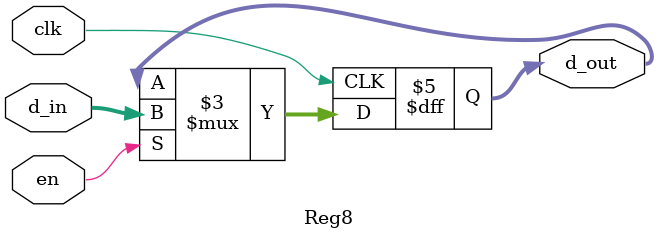
<source format=v>
`timescale 1ns/100ps

module Reg8 ( d_in, clk, en, d_out );
   input [7:0] d_in;
   input clk, en;
   output [7:0] d_out;
   reg [7:0] d_out;
   
   always @( posedge clk )
      if (en) d_out = d_in;
   
endmodule
</source>
